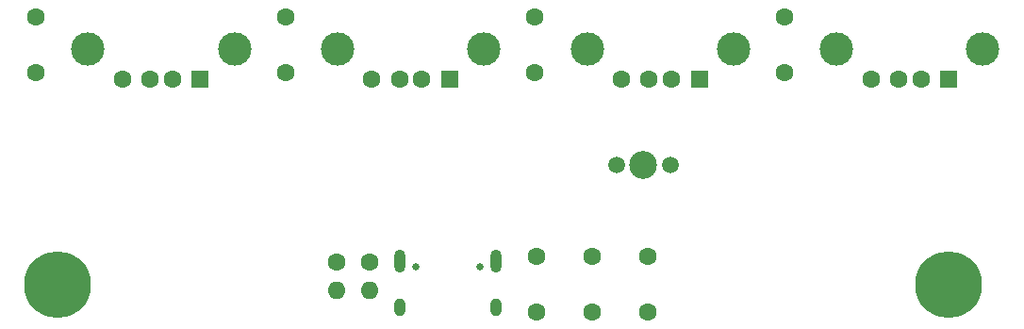
<source format=gbs>
%TF.GenerationSoftware,KiCad,Pcbnew,8.0.5*%
%TF.CreationDate,2024-10-25T21:21:59+08:00*%
%TF.ProjectId,USB_HUB_SL2_1A,5553425f-4855-4425-9f53-4c325f31412e,rev?*%
%TF.SameCoordinates,Original*%
%TF.FileFunction,Soldermask,Bot*%
%TF.FilePolarity,Negative*%
%FSLAX46Y46*%
G04 Gerber Fmt 4.6, Leading zero omitted, Abs format (unit mm)*
G04 Created by KiCad (PCBNEW 8.0.5) date 2024-10-25 21:21:59*
%MOMM*%
%LPD*%
G01*
G04 APERTURE LIST*
%ADD10C,1.600000*%
%ADD11C,6.000000*%
%ADD12O,1.600000X1.600000*%
%ADD13R,1.600000X1.500000*%
%ADD14C,3.000000*%
%ADD15C,1.500000*%
%ADD16C,2.500000*%
%ADD17C,0.650000*%
%ADD18O,1.000000X2.100000*%
%ADD19O,1.000000X1.600000*%
G04 APERTURE END LIST*
D10*
%TO.C,C4*%
X103000000Y-107940000D03*
X103000000Y-112940000D03*
%TD*%
%TO.C,C8*%
X125428570Y-107940000D03*
X125428570Y-112940000D03*
%TD*%
D11*
%TO.C,H1*%
X185000000Y-132000000D03*
%TD*%
D10*
%TO.C,C7*%
X148000000Y-129500000D03*
X148000000Y-134500000D03*
%TD*%
%TO.C,C6*%
X147857140Y-107940000D03*
X147857140Y-112940000D03*
%TD*%
D11*
%TO.C,H2*%
X105000000Y-132000000D03*
%TD*%
D10*
%TO.C,R1*%
X133000000Y-129955000D03*
D12*
X133000000Y-132495000D03*
%TD*%
D13*
%TO.C,USB1*%
X185000000Y-113560000D03*
D10*
X182500000Y-113560000D03*
X180500000Y-113560000D03*
X178000000Y-113560000D03*
D14*
X188070000Y-110850000D03*
X174930000Y-110850000D03*
%TD*%
D10*
%TO.C,C3*%
X158000000Y-129500000D03*
X158000000Y-134500000D03*
%TD*%
D13*
%TO.C,USB3*%
X162594761Y-113560000D03*
D10*
X160094761Y-113560000D03*
X158094761Y-113560000D03*
X155594761Y-113560000D03*
D14*
X165664761Y-110850000D03*
X152524761Y-110850000D03*
%TD*%
D10*
%TO.C,C2*%
X153000000Y-129500000D03*
X153000000Y-134500000D03*
%TD*%
D15*
%TO.C,X1*%
X160020000Y-121240000D03*
D16*
X157580000Y-121240000D03*
D15*
X155140000Y-121240000D03*
%TD*%
D13*
%TO.C,USB4*%
X140189523Y-113560000D03*
D10*
X137689523Y-113560000D03*
X135689523Y-113560000D03*
X133189523Y-113560000D03*
D14*
X143259523Y-110850000D03*
X130119523Y-110850000D03*
%TD*%
D10*
%TO.C,C1*%
X170285710Y-107940000D03*
X170285710Y-112940000D03*
%TD*%
D13*
%TO.C,USB5*%
X117784285Y-113560000D03*
D10*
X115284285Y-113560000D03*
X113284285Y-113560000D03*
X110784285Y-113560000D03*
D14*
X120854285Y-110850000D03*
X107714285Y-110850000D03*
%TD*%
D10*
%TO.C,R2*%
X130000000Y-129955000D03*
D12*
X130000000Y-132495000D03*
%TD*%
D17*
%TO.C,USB2*%
X137110000Y-130395000D03*
X142890000Y-130395000D03*
D18*
X135680000Y-129895000D03*
D19*
X135680000Y-134075000D03*
D18*
X144320000Y-129895000D03*
D19*
X144320000Y-134075000D03*
%TD*%
M02*

</source>
